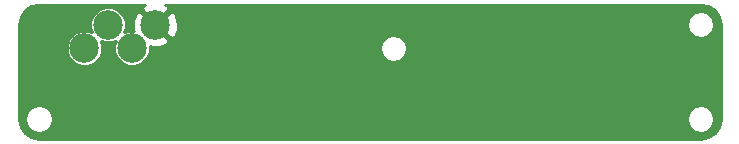
<source format=gbr>
G04 #@! TF.FileFunction,Copper,L2,Bot,Signal*
%FSLAX46Y46*%
G04 Gerber Fmt 4.6, Leading zero omitted, Abs format (unit mm)*
G04 Created by KiCad (PCBNEW 4.0.7) date 04/19/18 23:02:37*
%MOMM*%
%LPD*%
G01*
G04 APERTURE LIST*
%ADD10C,0.100000*%
%ADD11C,2.500000*%
%ADD12C,0.600000*%
%ADD13C,0.800000*%
%ADD14C,0.254000*%
G04 APERTURE END LIST*
D10*
D11*
X122090000Y-101190000D03*
X124090000Y-99190000D03*
X126090000Y-101190000D03*
X128090000Y-99190000D03*
D12*
X155630000Y-108070000D03*
X166750000Y-104070000D03*
X166790000Y-98240000D03*
D13*
X166750000Y-104070000D02*
X166630000Y-104190000D01*
X166630000Y-104190000D02*
X166630000Y-104390000D01*
D14*
G36*
X127065533Y-97563877D02*
X126936285Y-97856680D01*
X128090000Y-99010395D01*
X129243715Y-97856680D01*
X129114467Y-97563877D01*
X128913789Y-97487000D01*
X174219763Y-97487000D01*
X174895582Y-97621429D01*
X175442879Y-97987121D01*
X175808571Y-98534418D01*
X175943000Y-99210236D01*
X175943000Y-107149764D01*
X175808571Y-107825582D01*
X175442879Y-108372879D01*
X174895582Y-108738571D01*
X174219763Y-108873000D01*
X118280236Y-108873000D01*
X117604418Y-108738571D01*
X117057121Y-108372879D01*
X116691429Y-107825582D01*
X116563015Y-107180000D01*
X117093000Y-107180000D01*
X117181071Y-107622765D01*
X117431877Y-107998123D01*
X117807235Y-108248929D01*
X118250000Y-108337000D01*
X118692765Y-108248929D01*
X119068123Y-107998123D01*
X119318929Y-107622765D01*
X119407000Y-107180000D01*
X173093000Y-107180000D01*
X173181071Y-107622765D01*
X173431877Y-107998123D01*
X173807235Y-108248929D01*
X174250000Y-108337000D01*
X174692765Y-108248929D01*
X175068123Y-107998123D01*
X175318929Y-107622765D01*
X175407000Y-107180000D01*
X175318929Y-106737235D01*
X175068123Y-106361877D01*
X174692765Y-106111071D01*
X174250000Y-106023000D01*
X173807235Y-106111071D01*
X173431877Y-106361877D01*
X173181071Y-106737235D01*
X173093000Y-107180000D01*
X119407000Y-107180000D01*
X119318929Y-106737235D01*
X119068123Y-106361877D01*
X118692765Y-106111071D01*
X118250000Y-106023000D01*
X117807235Y-106111071D01*
X117431877Y-106361877D01*
X117181071Y-106737235D01*
X117093000Y-107180000D01*
X116563015Y-107180000D01*
X116557000Y-107149763D01*
X116557000Y-101488446D01*
X120582739Y-101488446D01*
X120811683Y-102042532D01*
X121235238Y-102466828D01*
X121788924Y-102696738D01*
X122388446Y-102697261D01*
X122942532Y-102468317D01*
X123366828Y-102044762D01*
X123596738Y-101491076D01*
X123597261Y-100891554D01*
X123460399Y-100560323D01*
X123788924Y-100696738D01*
X124388446Y-100697261D01*
X124719677Y-100560399D01*
X124583262Y-100888924D01*
X124582739Y-101488446D01*
X124811683Y-102042532D01*
X125235238Y-102466828D01*
X125788924Y-102696738D01*
X126388446Y-102697261D01*
X126942532Y-102468317D01*
X127366828Y-102044762D01*
X127596738Y-101491076D01*
X127597009Y-101180000D01*
X147093000Y-101180000D01*
X147181071Y-101622765D01*
X147431877Y-101998123D01*
X147807235Y-102248929D01*
X148250000Y-102337000D01*
X148692765Y-102248929D01*
X149068123Y-101998123D01*
X149318929Y-101622765D01*
X149407000Y-101180000D01*
X149318929Y-100737235D01*
X149068123Y-100361877D01*
X148692765Y-100111071D01*
X148250000Y-100023000D01*
X147807235Y-100111071D01*
X147431877Y-100361877D01*
X147181071Y-100737235D01*
X147093000Y-101180000D01*
X127597009Y-101180000D01*
X127597149Y-101019778D01*
X127765806Y-101084388D01*
X128515435Y-101064250D01*
X129114467Y-100816123D01*
X129243715Y-100523320D01*
X128090000Y-99369605D01*
X128075858Y-99383748D01*
X127896253Y-99204143D01*
X127910395Y-99190000D01*
X128269605Y-99190000D01*
X129423320Y-100343715D01*
X129716123Y-100214467D01*
X129984388Y-99514194D01*
X129975411Y-99180000D01*
X173093000Y-99180000D01*
X173181071Y-99622765D01*
X173431877Y-99998123D01*
X173807235Y-100248929D01*
X174250000Y-100337000D01*
X174692765Y-100248929D01*
X175068123Y-99998123D01*
X175318929Y-99622765D01*
X175407000Y-99180000D01*
X175318929Y-98737235D01*
X175068123Y-98361877D01*
X174692765Y-98111071D01*
X174250000Y-98023000D01*
X173807235Y-98111071D01*
X173431877Y-98361877D01*
X173181071Y-98737235D01*
X173093000Y-99180000D01*
X129975411Y-99180000D01*
X129964250Y-98764565D01*
X129716123Y-98165533D01*
X129423320Y-98036285D01*
X128269605Y-99190000D01*
X127910395Y-99190000D01*
X126756680Y-98036285D01*
X126463877Y-98165533D01*
X126195612Y-98865806D01*
X126215750Y-99615435D01*
X126243792Y-99683134D01*
X125791554Y-99682739D01*
X125460323Y-99819601D01*
X125596738Y-99491076D01*
X125597261Y-98891554D01*
X125368317Y-98337468D01*
X124944762Y-97913172D01*
X124391076Y-97683262D01*
X123791554Y-97682739D01*
X123237468Y-97911683D01*
X122813172Y-98335238D01*
X122583262Y-98888924D01*
X122582739Y-99488446D01*
X122719601Y-99819677D01*
X122391076Y-99683262D01*
X121791554Y-99682739D01*
X121237468Y-99911683D01*
X120813172Y-100335238D01*
X120583262Y-100888924D01*
X120582739Y-101488446D01*
X116557000Y-101488446D01*
X116557000Y-99210237D01*
X116691429Y-98534418D01*
X117057121Y-97987121D01*
X117604418Y-97621429D01*
X118280236Y-97487000D01*
X127251131Y-97487000D01*
X127065533Y-97563877D01*
X127065533Y-97563877D01*
G37*
X127065533Y-97563877D02*
X126936285Y-97856680D01*
X128090000Y-99010395D01*
X129243715Y-97856680D01*
X129114467Y-97563877D01*
X128913789Y-97487000D01*
X174219763Y-97487000D01*
X174895582Y-97621429D01*
X175442879Y-97987121D01*
X175808571Y-98534418D01*
X175943000Y-99210236D01*
X175943000Y-107149764D01*
X175808571Y-107825582D01*
X175442879Y-108372879D01*
X174895582Y-108738571D01*
X174219763Y-108873000D01*
X118280236Y-108873000D01*
X117604418Y-108738571D01*
X117057121Y-108372879D01*
X116691429Y-107825582D01*
X116563015Y-107180000D01*
X117093000Y-107180000D01*
X117181071Y-107622765D01*
X117431877Y-107998123D01*
X117807235Y-108248929D01*
X118250000Y-108337000D01*
X118692765Y-108248929D01*
X119068123Y-107998123D01*
X119318929Y-107622765D01*
X119407000Y-107180000D01*
X173093000Y-107180000D01*
X173181071Y-107622765D01*
X173431877Y-107998123D01*
X173807235Y-108248929D01*
X174250000Y-108337000D01*
X174692765Y-108248929D01*
X175068123Y-107998123D01*
X175318929Y-107622765D01*
X175407000Y-107180000D01*
X175318929Y-106737235D01*
X175068123Y-106361877D01*
X174692765Y-106111071D01*
X174250000Y-106023000D01*
X173807235Y-106111071D01*
X173431877Y-106361877D01*
X173181071Y-106737235D01*
X173093000Y-107180000D01*
X119407000Y-107180000D01*
X119318929Y-106737235D01*
X119068123Y-106361877D01*
X118692765Y-106111071D01*
X118250000Y-106023000D01*
X117807235Y-106111071D01*
X117431877Y-106361877D01*
X117181071Y-106737235D01*
X117093000Y-107180000D01*
X116563015Y-107180000D01*
X116557000Y-107149763D01*
X116557000Y-101488446D01*
X120582739Y-101488446D01*
X120811683Y-102042532D01*
X121235238Y-102466828D01*
X121788924Y-102696738D01*
X122388446Y-102697261D01*
X122942532Y-102468317D01*
X123366828Y-102044762D01*
X123596738Y-101491076D01*
X123597261Y-100891554D01*
X123460399Y-100560323D01*
X123788924Y-100696738D01*
X124388446Y-100697261D01*
X124719677Y-100560399D01*
X124583262Y-100888924D01*
X124582739Y-101488446D01*
X124811683Y-102042532D01*
X125235238Y-102466828D01*
X125788924Y-102696738D01*
X126388446Y-102697261D01*
X126942532Y-102468317D01*
X127366828Y-102044762D01*
X127596738Y-101491076D01*
X127597009Y-101180000D01*
X147093000Y-101180000D01*
X147181071Y-101622765D01*
X147431877Y-101998123D01*
X147807235Y-102248929D01*
X148250000Y-102337000D01*
X148692765Y-102248929D01*
X149068123Y-101998123D01*
X149318929Y-101622765D01*
X149407000Y-101180000D01*
X149318929Y-100737235D01*
X149068123Y-100361877D01*
X148692765Y-100111071D01*
X148250000Y-100023000D01*
X147807235Y-100111071D01*
X147431877Y-100361877D01*
X147181071Y-100737235D01*
X147093000Y-101180000D01*
X127597009Y-101180000D01*
X127597149Y-101019778D01*
X127765806Y-101084388D01*
X128515435Y-101064250D01*
X129114467Y-100816123D01*
X129243715Y-100523320D01*
X128090000Y-99369605D01*
X128075858Y-99383748D01*
X127896253Y-99204143D01*
X127910395Y-99190000D01*
X128269605Y-99190000D01*
X129423320Y-100343715D01*
X129716123Y-100214467D01*
X129984388Y-99514194D01*
X129975411Y-99180000D01*
X173093000Y-99180000D01*
X173181071Y-99622765D01*
X173431877Y-99998123D01*
X173807235Y-100248929D01*
X174250000Y-100337000D01*
X174692765Y-100248929D01*
X175068123Y-99998123D01*
X175318929Y-99622765D01*
X175407000Y-99180000D01*
X175318929Y-98737235D01*
X175068123Y-98361877D01*
X174692765Y-98111071D01*
X174250000Y-98023000D01*
X173807235Y-98111071D01*
X173431877Y-98361877D01*
X173181071Y-98737235D01*
X173093000Y-99180000D01*
X129975411Y-99180000D01*
X129964250Y-98764565D01*
X129716123Y-98165533D01*
X129423320Y-98036285D01*
X128269605Y-99190000D01*
X127910395Y-99190000D01*
X126756680Y-98036285D01*
X126463877Y-98165533D01*
X126195612Y-98865806D01*
X126215750Y-99615435D01*
X126243792Y-99683134D01*
X125791554Y-99682739D01*
X125460323Y-99819601D01*
X125596738Y-99491076D01*
X125597261Y-98891554D01*
X125368317Y-98337468D01*
X124944762Y-97913172D01*
X124391076Y-97683262D01*
X123791554Y-97682739D01*
X123237468Y-97911683D01*
X122813172Y-98335238D01*
X122583262Y-98888924D01*
X122582739Y-99488446D01*
X122719601Y-99819677D01*
X122391076Y-99683262D01*
X121791554Y-99682739D01*
X121237468Y-99911683D01*
X120813172Y-100335238D01*
X120583262Y-100888924D01*
X120582739Y-101488446D01*
X116557000Y-101488446D01*
X116557000Y-99210237D01*
X116691429Y-98534418D01*
X117057121Y-97987121D01*
X117604418Y-97621429D01*
X118280236Y-97487000D01*
X127251131Y-97487000D01*
X127065533Y-97563877D01*
M02*

</source>
